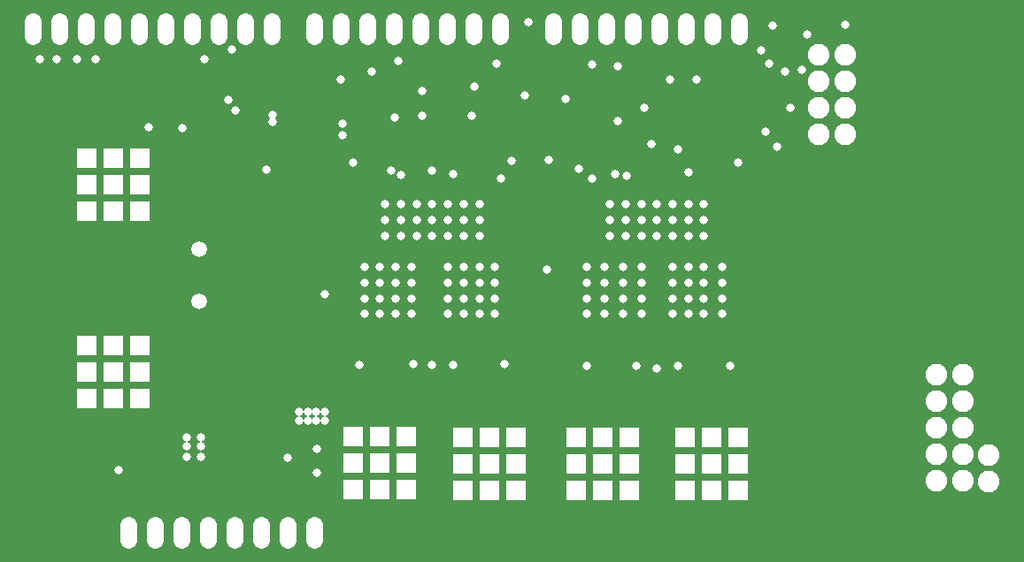
<source format=gbr>
G04 EAGLE Gerber RS-274X export*
G75*
%MOMM*%
%FSLAX34Y34*%
%LPD*%
%INSoldermask Bottom*%
%IPNEG*%
%AMOC8*
5,1,8,0,0,1.08239X$1,22.5*%
G01*
%ADD10C,1.625600*%
%ADD11R,1.982978X1.982978*%
%ADD12C,2.082800*%
%ADD13C,1.508000*%
%ADD14C,0.812800*%
%ADD15C,0.803200*%


D10*
X635000Y515112D02*
X635000Y500888D01*
X609600Y500888D02*
X609600Y515112D01*
X584200Y515112D02*
X584200Y500888D01*
X558800Y500888D02*
X558800Y515112D01*
X533400Y515112D02*
X533400Y500888D01*
X508000Y500888D02*
X508000Y515112D01*
X482600Y515112D02*
X482600Y500888D01*
X457200Y500888D02*
X457200Y515112D01*
X863600Y515112D02*
X863600Y500888D01*
X838200Y500888D02*
X838200Y515112D01*
X812800Y515112D02*
X812800Y500888D01*
X787400Y500888D02*
X787400Y515112D01*
X762000Y515112D02*
X762000Y500888D01*
X736600Y500888D02*
X736600Y515112D01*
X711200Y515112D02*
X711200Y500888D01*
X685800Y500888D02*
X685800Y515112D01*
X187960Y515112D02*
X187960Y500888D01*
X213360Y500888D02*
X213360Y515112D01*
X238760Y515112D02*
X238760Y500888D01*
X264160Y500888D02*
X264160Y515112D01*
X289560Y515112D02*
X289560Y500888D01*
X314960Y500888D02*
X314960Y515112D01*
X340360Y515112D02*
X340360Y500888D01*
X365760Y500888D02*
X365760Y515112D01*
X391160Y515112D02*
X391160Y500888D01*
X416560Y500888D02*
X416560Y515112D01*
X279400Y32512D02*
X279400Y18288D01*
X304800Y18288D02*
X304800Y32512D01*
X330200Y32512D02*
X330200Y18288D01*
X355600Y18288D02*
X355600Y32512D01*
X381000Y32512D02*
X381000Y18288D01*
X406400Y18288D02*
X406400Y32512D01*
X431800Y32512D02*
X431800Y18288D01*
X457200Y18288D02*
X457200Y32512D01*
D11*
X599600Y65600D03*
X625000Y65600D03*
X650400Y65600D03*
X650400Y91000D03*
X625000Y91000D03*
X599600Y91000D03*
X599600Y116400D03*
X625000Y116400D03*
X650400Y116400D03*
X494600Y66600D03*
X520000Y66600D03*
X545400Y66600D03*
X545400Y92000D03*
X520000Y92000D03*
X494600Y92000D03*
X494600Y117400D03*
X520000Y117400D03*
X545400Y117400D03*
X811600Y65600D03*
X837000Y65600D03*
X862400Y65600D03*
X862400Y91000D03*
X837000Y91000D03*
X811600Y91000D03*
X811600Y116400D03*
X837000Y116400D03*
X862400Y116400D03*
X707600Y65600D03*
X733000Y65600D03*
X758400Y65600D03*
X758400Y91000D03*
X733000Y91000D03*
X707600Y91000D03*
X707600Y116400D03*
X733000Y116400D03*
X758400Y116400D03*
X239600Y333600D03*
X265000Y333600D03*
X290400Y333600D03*
X290400Y359000D03*
X265000Y359000D03*
X239600Y359000D03*
X239600Y384400D03*
X265000Y384400D03*
X290400Y384400D03*
X239600Y153600D03*
X265000Y153600D03*
X290400Y153600D03*
X290400Y179000D03*
X265000Y179000D03*
X239600Y179000D03*
X239600Y204400D03*
X265000Y204400D03*
X290400Y204400D03*
D12*
X1077500Y75000D03*
X1052100Y75000D03*
X1077500Y100400D03*
X1052100Y100400D03*
X1077500Y125800D03*
X1052100Y125800D03*
X1077500Y151200D03*
X1052100Y151200D03*
X1077500Y176600D03*
X1052100Y176600D03*
X1102500Y100000D03*
X1102500Y74600D03*
X939800Y483100D03*
X965200Y483100D03*
X939800Y457700D03*
X965200Y457700D03*
X939800Y432300D03*
X965200Y432300D03*
X939800Y406900D03*
X965200Y406900D03*
D13*
X347000Y297000D03*
X347000Y247000D03*
D14*
X460000Y106000D03*
X460000Y83000D03*
X467000Y133000D03*
X459000Y133000D03*
X451000Y133000D03*
X443000Y133000D03*
X451000Y141000D03*
X459000Y141000D03*
X467000Y141000D03*
X443000Y141000D03*
X417000Y419000D03*
X417000Y426000D03*
X681500Y382500D03*
X680000Y277500D03*
X270000Y85000D03*
X335000Y117000D03*
X349000Y117000D03*
X349000Y108000D03*
X335000Y108000D03*
X335000Y98000D03*
X349000Y98000D03*
X195000Y479000D03*
X211000Y479000D03*
X230000Y479000D03*
X248000Y479000D03*
X432000Y97000D03*
X797500Y460000D03*
X482500Y460000D03*
X631500Y474500D03*
X896000Y511000D03*
X965000Y512000D03*
X610000Y452500D03*
X822500Y460000D03*
X924000Y469000D03*
X929000Y503000D03*
X512500Y467500D03*
X907500Y467500D03*
X912500Y432500D03*
X723000Y474000D03*
X537500Y477500D03*
X889000Y410000D03*
X884500Y487458D03*
X747500Y472500D03*
X892500Y475000D03*
X900000Y395000D03*
X570000Y372000D03*
X560000Y425000D03*
X378000Y488000D03*
X585000Y280000D03*
X600000Y280000D03*
X615000Y280000D03*
X630000Y280000D03*
X585000Y265000D03*
X600000Y265000D03*
X615000Y265000D03*
X630000Y265000D03*
X585000Y250000D03*
X600000Y250000D03*
X615000Y250000D03*
X630000Y250000D03*
X585000Y235000D03*
X600000Y235000D03*
X615000Y235000D03*
X630000Y235000D03*
X590000Y186000D03*
X639000Y187000D03*
X646000Y382000D03*
X505000Y280000D03*
X520000Y280000D03*
X535000Y280000D03*
X550000Y280000D03*
X505000Y265000D03*
X520000Y265000D03*
X535000Y265000D03*
X550000Y265000D03*
X505000Y250000D03*
X520000Y250000D03*
X535000Y250000D03*
X550000Y250000D03*
X505000Y235000D03*
X520000Y235000D03*
X535000Y235000D03*
X550000Y235000D03*
X500000Y186000D03*
X552000Y187000D03*
X494000Y380000D03*
X382000Y430000D03*
X534000Y423000D03*
X375000Y440000D03*
X608000Y425000D03*
X540000Y368000D03*
X411000Y373000D03*
X590000Y369000D03*
X331000Y413000D03*
X658500Y444000D03*
X560000Y449000D03*
X780000Y397500D03*
X662000Y515000D03*
X352000Y479000D03*
X747500Y419500D03*
X484000Y417000D03*
X484000Y406000D03*
X815000Y371000D03*
X299000Y414000D03*
X805000Y392500D03*
X467000Y254000D03*
X756000Y367500D03*
D15*
X717500Y280000D03*
X717500Y265000D03*
X717500Y250000D03*
X717500Y235000D03*
X735000Y280000D03*
X735000Y265000D03*
X735000Y250000D03*
X735000Y235000D03*
X752500Y280000D03*
X752500Y265000D03*
X752500Y250000D03*
X752500Y235000D03*
X770000Y280000D03*
X770000Y265000D03*
X770000Y250000D03*
X770000Y235000D03*
D14*
X710000Y374000D03*
X765000Y185000D03*
X717500Y185000D03*
D15*
X800000Y280000D03*
X800000Y265000D03*
X800000Y250000D03*
X800000Y235000D03*
X815000Y250000D03*
X815000Y265000D03*
X815000Y280000D03*
X815000Y235000D03*
X830000Y280000D03*
X830000Y265000D03*
X830000Y235000D03*
X830000Y250000D03*
X847500Y235000D03*
X847500Y250000D03*
X847500Y265000D03*
X847500Y280000D03*
D14*
X862500Y380000D03*
X805000Y185000D03*
X855000Y185000D03*
X697500Y441000D03*
X772500Y432500D03*
X531000Y372000D03*
X745000Y369000D03*
X636000Y365000D03*
X723000Y365000D03*
X525000Y340000D03*
X540000Y340000D03*
X555000Y340000D03*
X570000Y340000D03*
X585000Y340000D03*
X600000Y340000D03*
X615000Y340000D03*
X525000Y325000D03*
X540000Y325000D03*
X555000Y325000D03*
X570000Y325000D03*
X585000Y325000D03*
X600000Y325000D03*
X615000Y325000D03*
X525000Y310000D03*
X540000Y310000D03*
X555000Y310000D03*
X570000Y310000D03*
X585000Y310000D03*
X600000Y310000D03*
X615000Y310000D03*
X570000Y186000D03*
X740000Y340000D03*
X755000Y340000D03*
X770000Y340000D03*
X785000Y340000D03*
X800000Y340000D03*
X815000Y340000D03*
X830000Y340000D03*
X740000Y325000D03*
X755000Y325000D03*
X770000Y325000D03*
X785000Y325000D03*
X800000Y325000D03*
X815000Y325000D03*
X830000Y325000D03*
X740000Y310000D03*
X755000Y310000D03*
X770000Y310000D03*
X785000Y310000D03*
X800000Y310000D03*
X815000Y310000D03*
X830000Y310000D03*
X785000Y182500D03*
M02*

</source>
